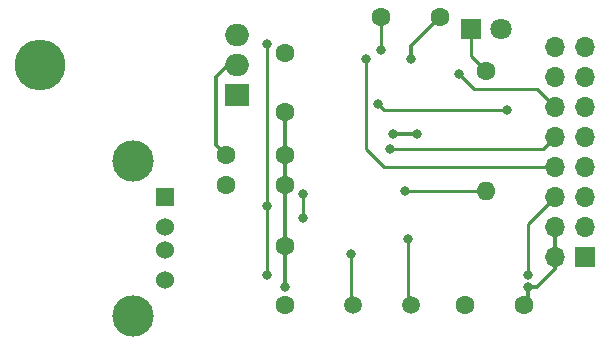
<source format=gbr>
G04 #@! TF.GenerationSoftware,KiCad,Pcbnew,(5.1.8)-1*
G04 #@! TF.CreationDate,2022-07-22T12:23:09-06:00*
G04 #@! TF.ProjectId,CH376S Module,43483337-3653-4204-9d6f-64756c652e6b,rev?*
G04 #@! TF.SameCoordinates,Original*
G04 #@! TF.FileFunction,Copper,L2,Bot*
G04 #@! TF.FilePolarity,Positive*
%FSLAX46Y46*%
G04 Gerber Fmt 4.6, Leading zero omitted, Abs format (unit mm)*
G04 Created by KiCad (PCBNEW (5.1.8)-1) date 2022-07-22 12:23:09*
%MOMM*%
%LPD*%
G01*
G04 APERTURE LIST*
G04 #@! TA.AperFunction,ComponentPad*
%ADD10O,2.000000X1.905000*%
G04 #@! TD*
G04 #@! TA.AperFunction,ComponentPad*
%ADD11R,2.000000X1.905000*%
G04 #@! TD*
G04 #@! TA.AperFunction,ComponentPad*
%ADD12O,4.318000X4.318000*%
G04 #@! TD*
G04 #@! TA.AperFunction,ComponentPad*
%ADD13C,1.600000*%
G04 #@! TD*
G04 #@! TA.AperFunction,ComponentPad*
%ADD14C,1.524000*%
G04 #@! TD*
G04 #@! TA.AperFunction,ComponentPad*
%ADD15R,1.524000X1.524000*%
G04 #@! TD*
G04 #@! TA.AperFunction,ComponentPad*
%ADD16C,3.500000*%
G04 #@! TD*
G04 #@! TA.AperFunction,ComponentPad*
%ADD17C,1.500000*%
G04 #@! TD*
G04 #@! TA.AperFunction,ComponentPad*
%ADD18O,1.600000X1.600000*%
G04 #@! TD*
G04 #@! TA.AperFunction,ComponentPad*
%ADD19O,1.700000X1.700000*%
G04 #@! TD*
G04 #@! TA.AperFunction,ComponentPad*
%ADD20R,1.700000X1.700000*%
G04 #@! TD*
G04 #@! TA.AperFunction,ComponentPad*
%ADD21C,1.800000*%
G04 #@! TD*
G04 #@! TA.AperFunction,ComponentPad*
%ADD22R,1.800000X1.800000*%
G04 #@! TD*
G04 #@! TA.AperFunction,ViaPad*
%ADD23C,0.800000*%
G04 #@! TD*
G04 #@! TA.AperFunction,Conductor*
%ADD24C,0.330200*%
G04 #@! TD*
G04 #@! TA.AperFunction,Conductor*
%ADD25C,0.250000*%
G04 #@! TD*
G04 APERTURE END LIST*
D10*
G04 #@! TO.P,U2,3*
G04 #@! TO.N,/5+*
X143764000Y-87122000D03*
G04 #@! TO.P,U2,2*
G04 #@! TO.N,/3v3*
X143764000Y-89662000D03*
D11*
G04 #@! TO.P,U2,1*
G04 #@! TO.N,/GND*
X143764000Y-92202000D03*
D12*
G04 #@! TO.P,U2,*
G04 #@! TO.N,*
X127104000Y-89662000D03*
G04 #@! TD*
D13*
G04 #@! TO.P,C5,2*
G04 #@! TO.N,/GND*
X147828000Y-104982000D03*
G04 #@! TO.P,C5,1*
G04 #@! TO.N,/XO*
X147828000Y-109982000D03*
G04 #@! TD*
G04 #@! TO.P,C4,2*
G04 #@! TO.N,/GND*
X168068000Y-109982000D03*
G04 #@! TO.P,C4,1*
G04 #@! TO.N,/XI*
X163068000Y-109982000D03*
G04 #@! TD*
G04 #@! TO.P,C2,2*
G04 #@! TO.N,/GND*
X147828000Y-99822000D03*
G04 #@! TO.P,C2,1*
G04 #@! TO.N,/PIN_9*
X142828000Y-99822000D03*
G04 #@! TD*
G04 #@! TO.P,C1,2*
G04 #@! TO.N,/RST*
X155956000Y-85598000D03*
G04 #@! TO.P,C1,1*
G04 #@! TO.N,/3v3*
X160956000Y-85598000D03*
G04 #@! TD*
D14*
G04 #@! TO.P,USB1,4*
G04 #@! TO.N,/GND*
X137668000Y-107838000D03*
G04 #@! TO.P,USB1,3*
G04 #@! TO.N,/D+*
X137668000Y-105338000D03*
G04 #@! TO.P,USB1,2*
G04 #@! TO.N,/D-*
X137668000Y-103338000D03*
D15*
G04 #@! TO.P,USB1,1*
G04 #@! TO.N,/5+*
X137668000Y-100838000D03*
D16*
G04 #@! TO.P,USB1,5*
G04 #@! TO.N,N/C*
X134958000Y-97768000D03*
X134958000Y-110908000D03*
G04 #@! TD*
D17*
G04 #@! TO.P,Y2,2*
G04 #@! TO.N,/XO*
X153596000Y-109982000D03*
G04 #@! TO.P,Y2,1*
G04 #@! TO.N,/XI*
X158496000Y-109982000D03*
G04 #@! TD*
D18*
G04 #@! TO.P,R2,2*
G04 #@! TO.N,/LED_PIN*
X164846000Y-100330000D03*
D13*
G04 #@! TO.P,R2,1*
G04 #@! TO.N,/LED*
X164846000Y-90170000D03*
G04 #@! TD*
D19*
G04 #@! TO.P,P1,16*
G04 #@! TO.N,/WR*
X170688000Y-88138000D03*
G04 #@! TO.P,P1,15*
G04 #@! TO.N,/D7*
X173228000Y-88138000D03*
G04 #@! TO.P,P1,14*
G04 #@! TO.N,/RD*
X170688000Y-90678000D03*
G04 #@! TO.P,P1,13*
G04 #@! TO.N,/D6*
X173228000Y-90678000D03*
G04 #@! TO.P,P1,12*
G04 #@! TO.N,/CS*
X170688000Y-93218000D03*
G04 #@! TO.P,P1,11*
G04 #@! TO.N,/D5*
X173228000Y-93218000D03*
G04 #@! TO.P,P1,10*
G04 #@! TO.N,/A0*
X170688000Y-95758000D03*
G04 #@! TO.P,P1,9*
G04 #@! TO.N,/D4*
X173228000Y-95758000D03*
G04 #@! TO.P,P1,8*
G04 #@! TO.N,/INT*
X170688000Y-98298000D03*
G04 #@! TO.P,P1,7*
G04 #@! TO.N,/D3*
X173228000Y-98298000D03*
G04 #@! TO.P,P1,6*
G04 #@! TO.N,/5+*
X170688000Y-100838000D03*
G04 #@! TO.P,P1,5*
G04 #@! TO.N,/D2*
X173228000Y-100838000D03*
G04 #@! TO.P,P1,4*
G04 #@! TO.N,/GND*
X170688000Y-103378000D03*
G04 #@! TO.P,P1,3*
G04 #@! TO.N,/D1*
X173228000Y-103378000D03*
G04 #@! TO.P,P1,2*
G04 #@! TO.N,/GND*
X170688000Y-105918000D03*
D20*
G04 #@! TO.P,P1,1*
G04 #@! TO.N,/D0*
X173228000Y-105918000D03*
G04 #@! TD*
D21*
G04 #@! TO.P,D1,2*
G04 #@! TO.N,/3v3*
X166116000Y-86614000D03*
D22*
G04 #@! TO.P,D1,1*
G04 #@! TO.N,/LED*
X163576000Y-86614000D03*
G04 #@! TD*
D13*
G04 #@! TO.P,C7,2*
G04 #@! TO.N,/GND*
X147828000Y-97282000D03*
G04 #@! TO.P,C7,1*
G04 #@! TO.N,/3v3*
X142828000Y-97282000D03*
G04 #@! TD*
G04 #@! TO.P,C6,2*
G04 #@! TO.N,/GND*
X147828000Y-93646000D03*
G04 #@! TO.P,C6,1*
G04 #@! TO.N,/5+*
X147828000Y-88646000D03*
G04 #@! TD*
D23*
G04 #@! TO.N,/3v3*
X158496000Y-89154000D03*
G04 #@! TO.N,/CS*
X162560000Y-90424000D03*
G04 #@! TO.N,/LED_PIN*
X157988000Y-100330000D03*
G04 #@! TO.N,/GND*
X147828000Y-108458000D03*
X168402014Y-108458000D03*
X159004000Y-95504012D03*
X156971988Y-95504012D03*
G04 #@! TO.N,/D+*
X149352000Y-100584000D03*
X149352000Y-102616000D03*
G04 #@! TO.N,/A0*
X156718000Y-96774006D03*
G04 #@! TO.N,/RD*
X166624000Y-93472000D03*
X155702000Y-92964000D03*
G04 #@! TO.N,/INT*
X154686000Y-89154000D03*
G04 #@! TO.N,/5+*
X168402000Y-107442000D03*
X146304000Y-107442000D03*
X146304000Y-87884000D03*
X146304000Y-101600000D03*
G04 #@! TO.N,/XO*
X153416000Y-105664000D03*
G04 #@! TO.N,/XI*
X158242000Y-104394000D03*
G04 #@! TO.N,/RST*
X155956000Y-88392000D03*
G04 #@! TD*
D24*
G04 #@! TO.N,/3v3*
X160956000Y-85598000D02*
X158496000Y-88058000D01*
X158496000Y-88058000D02*
X158496000Y-89154000D01*
X141986000Y-96440000D02*
X142828000Y-97282000D01*
X141986000Y-90678000D02*
X141986000Y-96440000D01*
X143002000Y-89662000D02*
X141986000Y-90678000D01*
X143764000Y-89662000D02*
X143002000Y-89662000D01*
D25*
G04 #@! TO.N,/CS*
X170688000Y-93218000D02*
X169164000Y-91694000D01*
X163830000Y-91694000D02*
X162560000Y-90424000D01*
X169164000Y-91694000D02*
X163830000Y-91694000D01*
G04 #@! TO.N,/LED_PIN*
X164846000Y-100330000D02*
X157988000Y-100330000D01*
D24*
G04 #@! TO.N,/GND*
X147828000Y-99822000D02*
X147828000Y-104982000D01*
X147828000Y-93646000D02*
X147828000Y-97282000D01*
X147828000Y-97282000D02*
X147828000Y-99822000D01*
X170688000Y-103378000D02*
X170688000Y-105918000D01*
X147828000Y-104982000D02*
X147828000Y-108458000D01*
X168402000Y-108458014D02*
X168402014Y-108458000D01*
X168402000Y-109648000D02*
X168402000Y-108458014D01*
X168068000Y-109982000D02*
X168402000Y-109648000D01*
X169164000Y-108458000D02*
X168402014Y-108458000D01*
X170688000Y-106934000D02*
X169164000Y-108458000D01*
X170688000Y-105918000D02*
X170688000Y-106934000D01*
X156971988Y-95504012D02*
X159004000Y-95504012D01*
D25*
G04 #@! TO.N,/D+*
X149352000Y-102616000D02*
X149352000Y-100584000D01*
G04 #@! TO.N,/A0*
X170688000Y-95758000D02*
X169671994Y-96774006D01*
X169671994Y-96774006D02*
X156718000Y-96774006D01*
G04 #@! TO.N,/RD*
X156210000Y-93472000D02*
X155702000Y-92964000D01*
X166624000Y-93472000D02*
X156210000Y-93472000D01*
G04 #@! TO.N,/INT*
X154686000Y-96774000D02*
X156210000Y-98298000D01*
X154686000Y-89154000D02*
X154686000Y-96774000D01*
X170688000Y-98298000D02*
X156210000Y-98298000D01*
G04 #@! TO.N,/5+*
X168402000Y-103124000D02*
X168402000Y-107442000D01*
X170688000Y-100838000D02*
X168402000Y-103124000D01*
X146304000Y-107442000D02*
X146304000Y-101600000D01*
X146304000Y-101600000D02*
X146304000Y-87884000D01*
G04 #@! TO.N,/LED*
X163576000Y-88900000D02*
X164846000Y-90170000D01*
X163576000Y-86614000D02*
X163576000Y-88900000D01*
G04 #@! TO.N,/XO*
X153416000Y-109802000D02*
X153596000Y-109982000D01*
X153416000Y-105664000D02*
X153416000Y-109802000D01*
G04 #@! TO.N,/XI*
X158242000Y-109728000D02*
X158496000Y-109982000D01*
X158242000Y-104394000D02*
X158242000Y-109728000D01*
G04 #@! TO.N,/RST*
X155956000Y-85598000D02*
X155956000Y-88392000D01*
G04 #@! TD*
M02*

</source>
